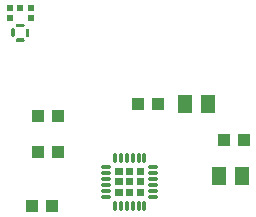
<source format=gbr>
%TF.GenerationSoftware,KiCad,Pcbnew,7.0.10*%
%TF.CreationDate,2024-01-26T16:43:20-08:00*%
%TF.ProjectId,FinalProject,46696e61-6c50-4726-9f6a-6563742e6b69,v2*%
%TF.SameCoordinates,Original*%
%TF.FileFunction,Paste,Top*%
%TF.FilePolarity,Positive*%
%FSLAX46Y46*%
G04 Gerber Fmt 4.6, Leading zero omitted, Abs format (unit mm)*
G04 Created by KiCad (PCBNEW 7.0.10) date 2024-01-26 16:43:20*
%MOMM*%
%LPD*%
G01*
G04 APERTURE LIST*
G04 Aperture macros list*
%AMRoundRect*
0 Rectangle with rounded corners*
0 $1 Rounding radius*
0 $2 $3 $4 $5 $6 $7 $8 $9 X,Y pos of 4 corners*
0 Add a 4 corners polygon primitive as box body*
4,1,4,$2,$3,$4,$5,$6,$7,$8,$9,$2,$3,0*
0 Add four circle primitives for the rounded corners*
1,1,$1+$1,$2,$3*
1,1,$1+$1,$4,$5*
1,1,$1+$1,$6,$7*
1,1,$1+$1,$8,$9*
0 Add four rect primitives between the rounded corners*
20,1,$1+$1,$2,$3,$4,$5,0*
20,1,$1+$1,$4,$5,$6,$7,0*
20,1,$1+$1,$6,$7,$8,$9,0*
20,1,$1+$1,$8,$9,$2,$3,0*%
G04 Aperture macros list end*
%ADD10C,0.300000*%
%ADD11R,1.240000X1.500000*%
%ADD12R,1.075000X1.000000*%
%ADD13R,0.600000X0.525000*%
%ADD14RoundRect,0.070000X0.330000X0.070000X-0.330000X0.070000X-0.330000X-0.070000X0.330000X-0.070000X0*%
%ADD15RoundRect,0.070000X0.070000X-0.330000X0.070000X0.330000X-0.070000X0.330000X-0.070000X-0.330000X0*%
%ADD16RoundRect,0.070000X-0.330000X-0.070000X0.330000X-0.070000X0.330000X0.070000X-0.330000X0.070000X0*%
%ADD17RoundRect,0.070000X-0.070000X0.330000X-0.070000X-0.330000X0.070000X-0.330000X0.070000X0.330000X0*%
G04 APERTURE END LIST*
D10*
%TO.C,IC1*%
X150321001Y-88493999D02*
G75*
G03*
X150321001Y-88944000I600006J-225001D01*
G01*
X151161000Y-88104000D02*
G75*
G03*
X150711000Y-88104000I-225000J-600004D01*
G01*
X150710999Y-89344000D02*
G75*
G03*
X151161000Y-89344000I225000J600007D01*
G01*
X151560999Y-88954001D02*
G75*
G03*
X151561000Y-88504000I-599999J225001D01*
G01*
%TO.C,U3*%
G36*
X159601000Y-100746000D02*
G01*
X159001000Y-100746000D01*
X159001000Y-100146000D01*
X159601000Y-100146000D01*
X159601000Y-100746000D01*
G37*
G36*
X159601000Y-101646000D02*
G01*
X159001000Y-101646000D01*
X159001000Y-101046000D01*
X159601000Y-101046000D01*
X159601000Y-101646000D01*
G37*
G36*
X159601000Y-102546000D02*
G01*
X159001000Y-102546000D01*
X159001000Y-101946000D01*
X159601000Y-101946000D01*
X159601000Y-102546000D01*
G37*
G36*
X160501000Y-100746000D02*
G01*
X159901000Y-100746000D01*
X159901000Y-100146000D01*
X160501000Y-100146000D01*
X160501000Y-100746000D01*
G37*
G36*
X160501000Y-101646000D02*
G01*
X159901000Y-101646000D01*
X159901000Y-101046000D01*
X160501000Y-101046000D01*
X160501000Y-101646000D01*
G37*
G36*
X160501000Y-102546000D02*
G01*
X159901000Y-102546000D01*
X159901000Y-101946000D01*
X160501000Y-101946000D01*
X160501000Y-102546000D01*
G37*
G36*
X161401000Y-100746000D02*
G01*
X160801000Y-100746000D01*
X160801000Y-100146000D01*
X161401000Y-100146000D01*
X161401000Y-100746000D01*
G37*
G36*
X161401000Y-101646000D02*
G01*
X160801000Y-101646000D01*
X160801000Y-101046000D01*
X161401000Y-101046000D01*
X161401000Y-101646000D01*
G37*
G36*
X161401000Y-102546000D02*
G01*
X160801000Y-102546000D01*
X160801000Y-101946000D01*
X161401000Y-101946000D01*
X161401000Y-102546000D01*
G37*
%TD*%
D11*
%TO.C,C7*%
X164905000Y-94742000D03*
X166805000Y-94742000D03*
%TD*%
D12*
%TO.C,R2*%
X152405000Y-98806000D03*
X154105000Y-98806000D03*
%TD*%
%TO.C,C4*%
X168153000Y-97790000D03*
X169853000Y-97790000D03*
%TD*%
D13*
%TO.C,IC1*%
X150041000Y-86614000D03*
X150041000Y-87464000D03*
X151841000Y-87464000D03*
X151841000Y-86614000D03*
X150941000Y-86614000D03*
%TD*%
D14*
%TO.C,U3*%
X158201000Y-100096000D03*
X158201000Y-100596000D03*
X158201000Y-101096000D03*
X158201000Y-101596000D03*
X158201000Y-102096000D03*
X158201000Y-102596000D03*
D15*
X158951000Y-103346000D03*
X159451000Y-103346000D03*
X159951000Y-103346000D03*
X160451000Y-103346000D03*
X160951000Y-103346000D03*
X161451000Y-103346000D03*
D16*
X162201000Y-102596000D03*
X162201000Y-102096000D03*
X162201000Y-101596000D03*
X162201000Y-101096000D03*
X162201000Y-100596000D03*
X162201000Y-100096000D03*
D17*
X161451000Y-99346000D03*
X160951000Y-99346000D03*
X160451000Y-99346000D03*
X159951000Y-99346000D03*
X159451000Y-99346000D03*
X158951000Y-99346000D03*
%TD*%
D12*
%TO.C,C5*%
X160943400Y-94755200D03*
X162643400Y-94755200D03*
%TD*%
%TO.C,R1*%
X152405000Y-95758000D03*
X154105000Y-95758000D03*
%TD*%
%TO.C,R3*%
X151897000Y-103378000D03*
X153597000Y-103378000D03*
%TD*%
D11*
%TO.C,C6*%
X167777000Y-100838000D03*
X169677000Y-100838000D03*
%TD*%
M02*

</source>
